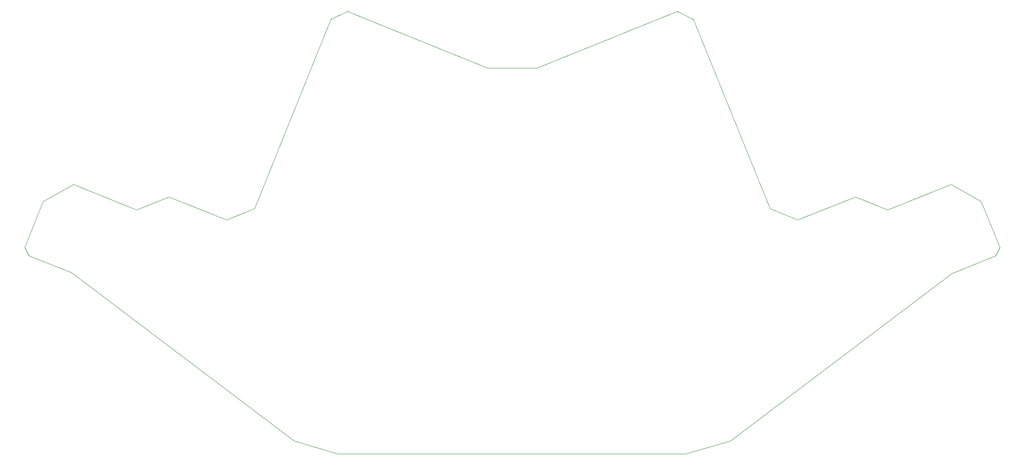
<source format=gbr>
G04 #@! TF.GenerationSoftware,KiCad,Pcbnew,(5.1.4)-1*
G04 #@! TF.CreationDate,2022-11-23T19:10:00-05:00*
G04 #@! TF.ProjectId,ThumbsUp,5468756d-6273-4557-902e-6b696361645f,rev?*
G04 #@! TF.SameCoordinates,Original*
G04 #@! TF.FileFunction,Profile,NP*
%FSLAX46Y46*%
G04 Gerber Fmt 4.6, Leading zero omitted, Abs format (unit mm)*
G04 Created by KiCad (PCBNEW (5.1.4)-1) date 2022-11-23 19:10:00*
%MOMM*%
%LPD*%
G04 APERTURE LIST*
%ADD10C,0.050000*%
G04 APERTURE END LIST*
D10*
X181958765Y-230938249D02*
X190974073Y-228297630D01*
X179938891Y-141188533D02*
X151659784Y-152614034D01*
X111258765Y-230938249D02*
X181958765Y-230938249D01*
X151659784Y-152614034D02*
X151558765Y-152638249D01*
X113420893Y-141174499D02*
X113235456Y-141099577D01*
X111258765Y-230938249D02*
X102385711Y-228283596D01*
X180124328Y-141113612D02*
X179938891Y-141188533D01*
X141700000Y-152600000D02*
X151558765Y-152638249D01*
X113420893Y-141174499D02*
X141700000Y-152600000D01*
X222937043Y-181409908D02*
X235732180Y-176240337D01*
X204652856Y-183404525D02*
X216372833Y-178777200D01*
X204652856Y-183404525D02*
X198999899Y-181158622D01*
X236277031Y-194139586D02*
X244807122Y-190693206D01*
X190974073Y-228297630D02*
X236091594Y-194214508D01*
X180124328Y-141113612D02*
X183453725Y-142680492D01*
X245655652Y-189056136D02*
X244807122Y-190693206D01*
X241872125Y-179691579D02*
X235732180Y-176240337D01*
X102385711Y-228283596D02*
X57268190Y-194200473D01*
X241872125Y-179691579D02*
X245655652Y-189056136D01*
X57082753Y-194125552D02*
X57268190Y-194200473D01*
X51487659Y-179677544D02*
X47704132Y-189042101D01*
X76986951Y-178763166D02*
X70422741Y-181395873D01*
X216372833Y-178777200D02*
X222937043Y-181409908D01*
X51487659Y-179677544D02*
X57627604Y-176226302D01*
X70422741Y-181395873D02*
X57627604Y-176226302D01*
X183453725Y-142680492D02*
X198999899Y-181158622D01*
X236277031Y-194139586D02*
X236091594Y-194214508D01*
X88706928Y-183390491D02*
X94359885Y-181144587D01*
X109906059Y-142666457D02*
X94359885Y-181144587D01*
X88706928Y-183390491D02*
X76986951Y-178763166D01*
X47704132Y-189042101D02*
X48552662Y-190679171D01*
X113235456Y-141099577D02*
X109906059Y-142666457D01*
X57082753Y-194125552D02*
X48552662Y-190679171D01*
M02*

</source>
